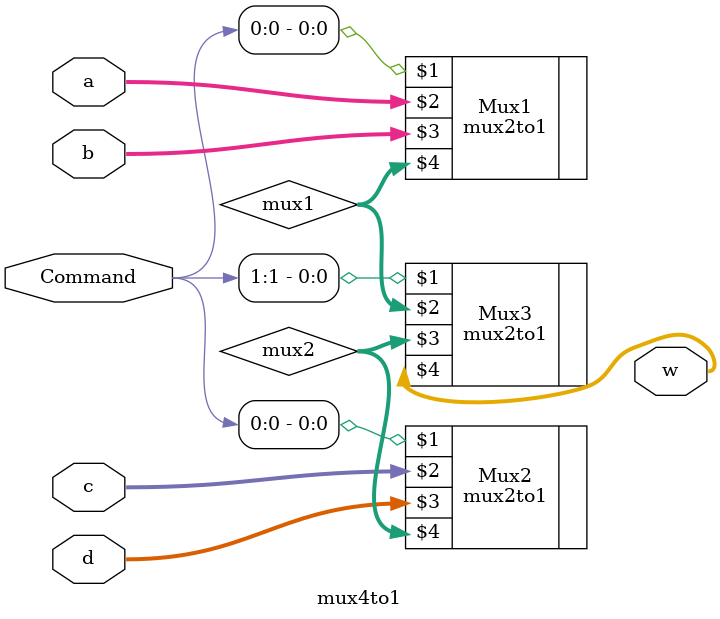
<source format=v>
module mux4to1#(parameter size = 16)(input [1:0] Command, input [size-1:0] a, b, c, d, output [size-1:0] w);
	wire [size-1:0] mux1, mux2;
	mux2to1#(size) Mux1(Command[0], a, b, mux1);
	mux2to1#(size) Mux2(Command[0], c, d, mux2);
	mux2to1#(size) Mux3(Command[1], mux1, mux2, w);
endmodule 
</source>
